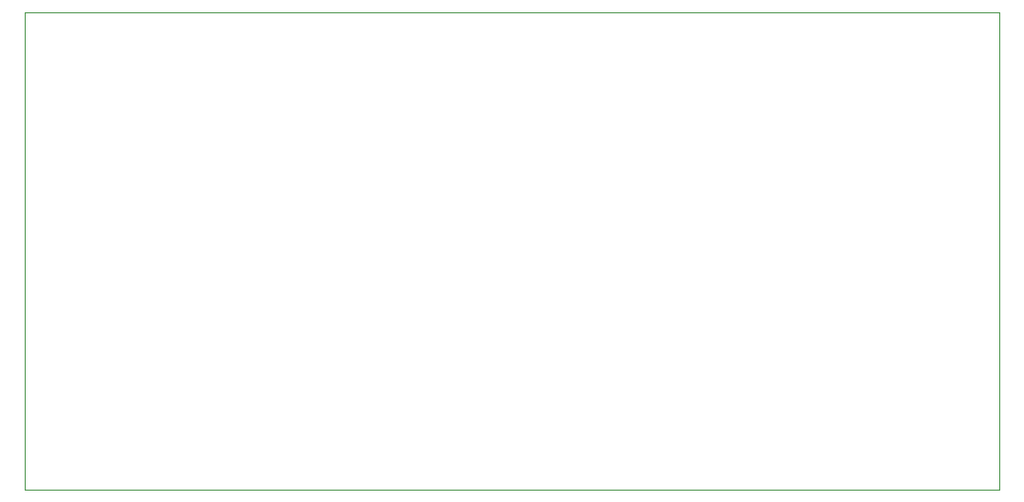
<source format=gbr>
%TF.GenerationSoftware,KiCad,Pcbnew,8.0.3*%
%TF.CreationDate,2024-10-20T16:03:45+03:00*%
%TF.ProjectId,SmartPot,536d6172-7450-46f7-942e-6b696361645f,rev?*%
%TF.SameCoordinates,Original*%
%TF.FileFunction,Profile,NP*%
%FSLAX46Y46*%
G04 Gerber Fmt 4.6, Leading zero omitted, Abs format (unit mm)*
G04 Created by KiCad (PCBNEW 8.0.3) date 2024-10-20 16:03:45*
%MOMM*%
%LPD*%
G01*
G04 APERTURE LIST*
%TA.AperFunction,Profile*%
%ADD10C,0.050000*%
%TD*%
G04 APERTURE END LIST*
D10*
X167737500Y-83425000D02*
X254562500Y-83425000D01*
X254562500Y-126025000D01*
X167737500Y-126025000D01*
X167737500Y-83425000D01*
M02*

</source>
